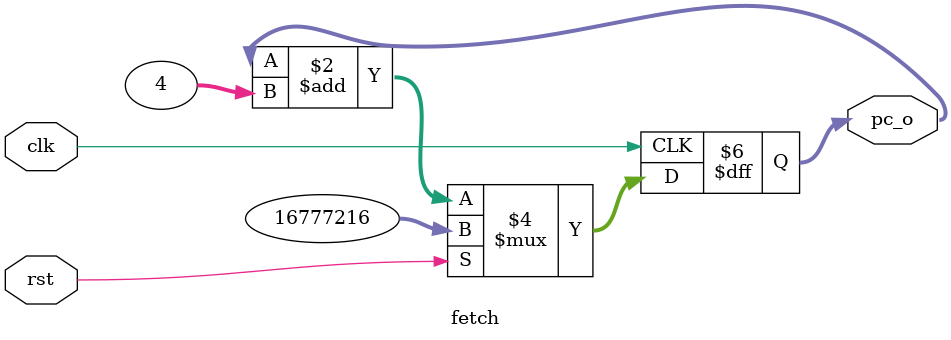
<source format=sv>
/*
 * Module: fetch
 *
 * Description: Fetch stage
 *
 * -------- REPLACE THIS FILE WITH THE MEMORY MODULE DEVELOPED IN PD1 -----------
 *
 * Inputs:
 * 1) clk
 * 2) rst signal
 *
 * Outputs:
 * 1) AWIDTH wide program counter pc_o
 * 2) DWIDTH wide instruction output insn_o
 */

module fetch #(
    parameter int DWIDTH=32,
    parameter int AWIDTH=32,
    parameter int BASEADDR=32'h01000000
    )(
	// inputs
	input logic clk,
	input logic rst,
	// outputs	
	output logic [AWIDTH - 1:0] pc_o
);
    /*
     * Process definitions to be filled by
     * student below...
     */

    always_ff @(posedge clk) begin
      if (rst) begin
            pc_o <= BASEADDR; //reset to base address
      end else begin
            pc_o <= pc_o + 32'd4; //pc_o increases by 4 bytes because instruction size is 32 bits
          end
    end

endmodule : fetch

</source>
